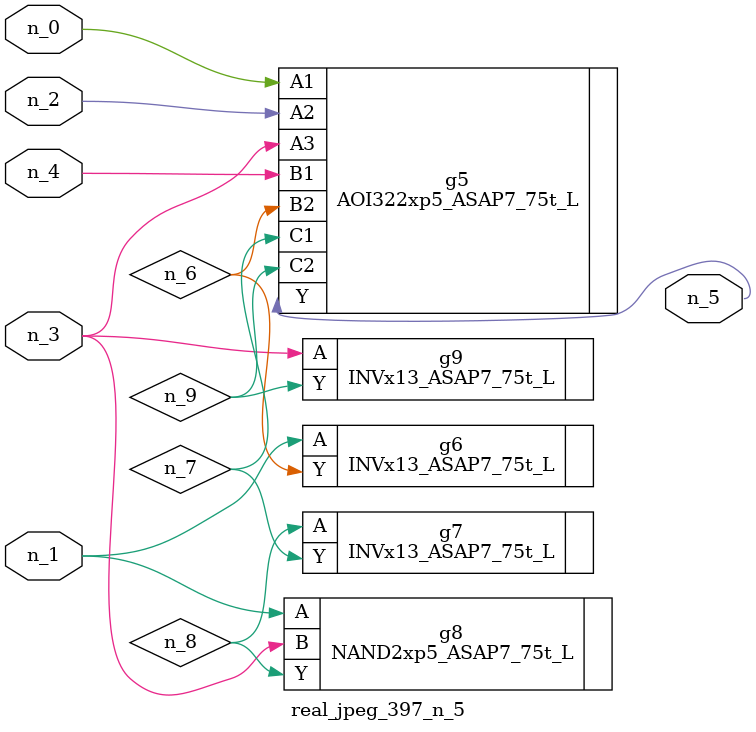
<source format=v>
module real_jpeg_397_n_5 (n_4, n_0, n_1, n_2, n_3, n_5);

input n_4;
input n_0;
input n_1;
input n_2;
input n_3;

output n_5;

wire n_8;
wire n_6;
wire n_7;
wire n_9;

AOI322xp5_ASAP7_75t_L g5 ( 
.A1(n_0),
.A2(n_2),
.A3(n_3),
.B1(n_4),
.B2(n_6),
.C1(n_7),
.C2(n_9),
.Y(n_5)
);

INVx13_ASAP7_75t_L g6 ( 
.A(n_1),
.Y(n_6)
);

NAND2xp5_ASAP7_75t_L g8 ( 
.A(n_1),
.B(n_3),
.Y(n_8)
);

INVx13_ASAP7_75t_L g9 ( 
.A(n_3),
.Y(n_9)
);

INVx13_ASAP7_75t_L g7 ( 
.A(n_8),
.Y(n_7)
);


endmodule
</source>
